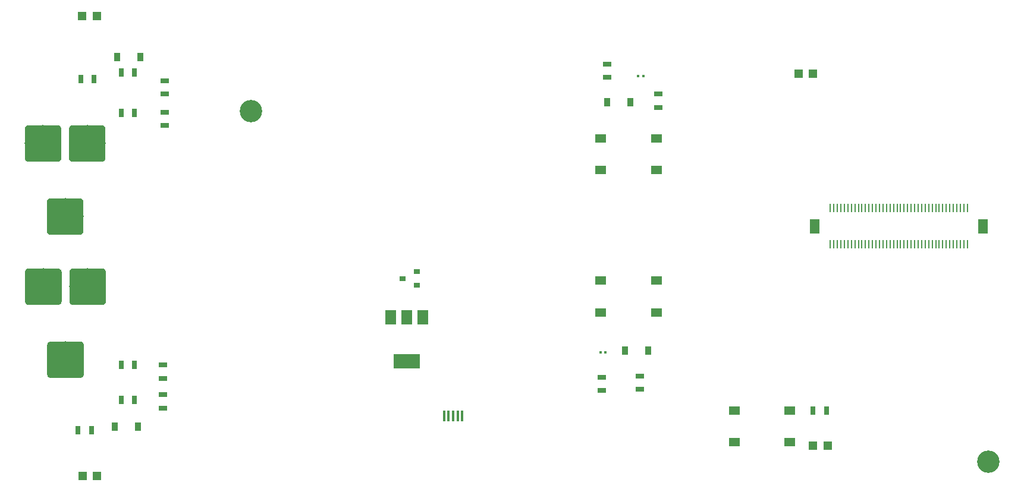
<source format=gtp>
G04 #@! TF.GenerationSoftware,KiCad,Pcbnew,(2017-08-27 revision e3c64f1f0)-makepkg*
G04 #@! TF.CreationDate,2017-09-07T11:52:54+02:00*
G04 #@! TF.ProjectId,Breakout-Platine-Cube,427265616B6F75742D506C6174696E65,rev?*
G04 #@! TF.SameCoordinates,Original*
G04 #@! TF.FileFunction,Paste,Top*
G04 #@! TF.FilePolarity,Positive*
%FSLAX46Y46*%
G04 Gerber Fmt 4.6, Leading zero omitted, Abs format (unit mm)*
G04 Created by KiCad (PCBNEW (2017-08-27 revision e3c64f1f0)-makepkg) date 09/07/17 11:52:54*
%MOMM*%
%LPD*%
G01*
G04 APERTURE LIST*
%ADD10R,1.500000X2.000000*%
%ADD11R,3.800000X2.000000*%
%ADD12C,0.100000*%
%ADD13C,5.200000*%
%ADD14R,0.700000X1.300000*%
%ADD15C,3.200200*%
%ADD16R,0.250000X1.150000*%
%ADD17R,1.400000X2.100000*%
%ADD18R,1.300000X0.700000*%
%ADD19R,0.900000X1.200000*%
%ADD20R,0.450000X0.400000*%
%ADD21R,0.450000X1.500000*%
%ADD22R,1.550000X1.300000*%
%ADD23R,1.198880X1.198880*%
%ADD24R,0.900000X0.800000*%
G04 APERTURE END LIST*
D10*
X231470000Y-132700000D03*
X226870000Y-132700000D03*
X229170000Y-132700000D03*
D11*
X229170000Y-139000000D03*
D12*
G36*
X182680969Y-115752504D02*
X182731447Y-115759992D01*
X182780948Y-115772391D01*
X182828995Y-115789583D01*
X182875126Y-115811401D01*
X182918897Y-115837636D01*
X182959885Y-115868035D01*
X182997696Y-115902304D01*
X183031965Y-115940115D01*
X183062364Y-115981103D01*
X183088599Y-116024874D01*
X183110417Y-116071005D01*
X183127609Y-116119052D01*
X183140008Y-116168553D01*
X183147496Y-116219031D01*
X183150000Y-116270000D01*
X183150000Y-120430000D01*
X183147496Y-120480969D01*
X183140008Y-120531447D01*
X183127609Y-120580948D01*
X183110417Y-120628995D01*
X183088599Y-120675126D01*
X183062364Y-120718897D01*
X183031965Y-120759885D01*
X182997696Y-120797696D01*
X182959885Y-120831965D01*
X182918897Y-120862364D01*
X182875126Y-120888599D01*
X182828995Y-120910417D01*
X182780948Y-120927609D01*
X182731447Y-120940008D01*
X182680969Y-120947496D01*
X182630000Y-120950000D01*
X178470000Y-120950000D01*
X178419031Y-120947496D01*
X178368553Y-120940008D01*
X178319052Y-120927609D01*
X178271005Y-120910417D01*
X178224874Y-120888599D01*
X178181103Y-120862364D01*
X178140115Y-120831965D01*
X178102304Y-120797696D01*
X178068035Y-120759885D01*
X178037636Y-120718897D01*
X178011401Y-120675126D01*
X177989583Y-120628995D01*
X177972391Y-120580948D01*
X177959992Y-120531447D01*
X177952504Y-120480969D01*
X177950000Y-120430000D01*
X177950000Y-116270000D01*
X177952504Y-116219031D01*
X177959992Y-116168553D01*
X177972391Y-116119052D01*
X177989583Y-116071005D01*
X178011401Y-116024874D01*
X178037636Y-115981103D01*
X178068035Y-115940115D01*
X178102304Y-115902304D01*
X178140115Y-115868035D01*
X178181103Y-115837636D01*
X178224874Y-115811401D01*
X178271005Y-115789583D01*
X178319052Y-115772391D01*
X178368553Y-115759992D01*
X178419031Y-115752504D01*
X178470000Y-115750000D01*
X182630000Y-115750000D01*
X182680969Y-115752504D01*
X182680969Y-115752504D01*
G37*
D13*
X180550000Y-118350000D03*
D12*
G36*
X179530969Y-105352504D02*
X179581447Y-105359992D01*
X179630948Y-105372391D01*
X179678995Y-105389583D01*
X179725126Y-105411401D01*
X179768897Y-105437636D01*
X179809885Y-105468035D01*
X179847696Y-105502304D01*
X179881965Y-105540115D01*
X179912364Y-105581103D01*
X179938599Y-105624874D01*
X179960417Y-105671005D01*
X179977609Y-105719052D01*
X179990008Y-105768553D01*
X179997496Y-105819031D01*
X180000000Y-105870000D01*
X180000000Y-110030000D01*
X179997496Y-110080969D01*
X179990008Y-110131447D01*
X179977609Y-110180948D01*
X179960417Y-110228995D01*
X179938599Y-110275126D01*
X179912364Y-110318897D01*
X179881965Y-110359885D01*
X179847696Y-110397696D01*
X179809885Y-110431965D01*
X179768897Y-110462364D01*
X179725126Y-110488599D01*
X179678995Y-110510417D01*
X179630948Y-110527609D01*
X179581447Y-110540008D01*
X179530969Y-110547496D01*
X179480000Y-110550000D01*
X175320000Y-110550000D01*
X175269031Y-110547496D01*
X175218553Y-110540008D01*
X175169052Y-110527609D01*
X175121005Y-110510417D01*
X175074874Y-110488599D01*
X175031103Y-110462364D01*
X174990115Y-110431965D01*
X174952304Y-110397696D01*
X174918035Y-110359885D01*
X174887636Y-110318897D01*
X174861401Y-110275126D01*
X174839583Y-110228995D01*
X174822391Y-110180948D01*
X174809992Y-110131447D01*
X174802504Y-110080969D01*
X174800000Y-110030000D01*
X174800000Y-105870000D01*
X174802504Y-105819031D01*
X174809992Y-105768553D01*
X174822391Y-105719052D01*
X174839583Y-105671005D01*
X174861401Y-105624874D01*
X174887636Y-105581103D01*
X174918035Y-105540115D01*
X174952304Y-105502304D01*
X174990115Y-105468035D01*
X175031103Y-105437636D01*
X175074874Y-105411401D01*
X175121005Y-105389583D01*
X175169052Y-105372391D01*
X175218553Y-105359992D01*
X175269031Y-105352504D01*
X175320000Y-105350000D01*
X179480000Y-105350000D01*
X179530969Y-105352504D01*
X179530969Y-105352504D01*
G37*
D13*
X177400000Y-107950000D03*
D12*
G36*
X185830969Y-105352504D02*
X185881447Y-105359992D01*
X185930948Y-105372391D01*
X185978995Y-105389583D01*
X186025126Y-105411401D01*
X186068897Y-105437636D01*
X186109885Y-105468035D01*
X186147696Y-105502304D01*
X186181965Y-105540115D01*
X186212364Y-105581103D01*
X186238599Y-105624874D01*
X186260417Y-105671005D01*
X186277609Y-105719052D01*
X186290008Y-105768553D01*
X186297496Y-105819031D01*
X186300000Y-105870000D01*
X186300000Y-110030000D01*
X186297496Y-110080969D01*
X186290008Y-110131447D01*
X186277609Y-110180948D01*
X186260417Y-110228995D01*
X186238599Y-110275126D01*
X186212364Y-110318897D01*
X186181965Y-110359885D01*
X186147696Y-110397696D01*
X186109885Y-110431965D01*
X186068897Y-110462364D01*
X186025126Y-110488599D01*
X185978995Y-110510417D01*
X185930948Y-110527609D01*
X185881447Y-110540008D01*
X185830969Y-110547496D01*
X185780000Y-110550000D01*
X181620000Y-110550000D01*
X181569031Y-110547496D01*
X181518553Y-110540008D01*
X181469052Y-110527609D01*
X181421005Y-110510417D01*
X181374874Y-110488599D01*
X181331103Y-110462364D01*
X181290115Y-110431965D01*
X181252304Y-110397696D01*
X181218035Y-110359885D01*
X181187636Y-110318897D01*
X181161401Y-110275126D01*
X181139583Y-110228995D01*
X181122391Y-110180948D01*
X181109992Y-110131447D01*
X181102504Y-110080969D01*
X181100000Y-110030000D01*
X181100000Y-105870000D01*
X181102504Y-105819031D01*
X181109992Y-105768553D01*
X181122391Y-105719052D01*
X181139583Y-105671005D01*
X181161401Y-105624874D01*
X181187636Y-105581103D01*
X181218035Y-105540115D01*
X181252304Y-105502304D01*
X181290115Y-105468035D01*
X181331103Y-105437636D01*
X181374874Y-105411401D01*
X181421005Y-105389583D01*
X181469052Y-105372391D01*
X181518553Y-105359992D01*
X181569031Y-105352504D01*
X181620000Y-105350000D01*
X185780000Y-105350000D01*
X185830969Y-105352504D01*
X185830969Y-105352504D01*
G37*
D13*
X183700000Y-107950000D03*
D12*
G36*
X182730969Y-136152504D02*
X182781447Y-136159992D01*
X182830948Y-136172391D01*
X182878995Y-136189583D01*
X182925126Y-136211401D01*
X182968897Y-136237636D01*
X183009885Y-136268035D01*
X183047696Y-136302304D01*
X183081965Y-136340115D01*
X183112364Y-136381103D01*
X183138599Y-136424874D01*
X183160417Y-136471005D01*
X183177609Y-136519052D01*
X183190008Y-136568553D01*
X183197496Y-136619031D01*
X183200000Y-136670000D01*
X183200000Y-140830000D01*
X183197496Y-140880969D01*
X183190008Y-140931447D01*
X183177609Y-140980948D01*
X183160417Y-141028995D01*
X183138599Y-141075126D01*
X183112364Y-141118897D01*
X183081965Y-141159885D01*
X183047696Y-141197696D01*
X183009885Y-141231965D01*
X182968897Y-141262364D01*
X182925126Y-141288599D01*
X182878995Y-141310417D01*
X182830948Y-141327609D01*
X182781447Y-141340008D01*
X182730969Y-141347496D01*
X182680000Y-141350000D01*
X178520000Y-141350000D01*
X178469031Y-141347496D01*
X178418553Y-141340008D01*
X178369052Y-141327609D01*
X178321005Y-141310417D01*
X178274874Y-141288599D01*
X178231103Y-141262364D01*
X178190115Y-141231965D01*
X178152304Y-141197696D01*
X178118035Y-141159885D01*
X178087636Y-141118897D01*
X178061401Y-141075126D01*
X178039583Y-141028995D01*
X178022391Y-140980948D01*
X178009992Y-140931447D01*
X178002504Y-140880969D01*
X178000000Y-140830000D01*
X178000000Y-136670000D01*
X178002504Y-136619031D01*
X178009992Y-136568553D01*
X178022391Y-136519052D01*
X178039583Y-136471005D01*
X178061401Y-136424874D01*
X178087636Y-136381103D01*
X178118035Y-136340115D01*
X178152304Y-136302304D01*
X178190115Y-136268035D01*
X178231103Y-136237636D01*
X178274874Y-136211401D01*
X178321005Y-136189583D01*
X178369052Y-136172391D01*
X178418553Y-136159992D01*
X178469031Y-136152504D01*
X178520000Y-136150000D01*
X182680000Y-136150000D01*
X182730969Y-136152504D01*
X182730969Y-136152504D01*
G37*
D13*
X180600000Y-138750000D03*
D12*
G36*
X179580969Y-125752504D02*
X179631447Y-125759992D01*
X179680948Y-125772391D01*
X179728995Y-125789583D01*
X179775126Y-125811401D01*
X179818897Y-125837636D01*
X179859885Y-125868035D01*
X179897696Y-125902304D01*
X179931965Y-125940115D01*
X179962364Y-125981103D01*
X179988599Y-126024874D01*
X180010417Y-126071005D01*
X180027609Y-126119052D01*
X180040008Y-126168553D01*
X180047496Y-126219031D01*
X180050000Y-126270000D01*
X180050000Y-130430000D01*
X180047496Y-130480969D01*
X180040008Y-130531447D01*
X180027609Y-130580948D01*
X180010417Y-130628995D01*
X179988599Y-130675126D01*
X179962364Y-130718897D01*
X179931965Y-130759885D01*
X179897696Y-130797696D01*
X179859885Y-130831965D01*
X179818897Y-130862364D01*
X179775126Y-130888599D01*
X179728995Y-130910417D01*
X179680948Y-130927609D01*
X179631447Y-130940008D01*
X179580969Y-130947496D01*
X179530000Y-130950000D01*
X175370000Y-130950000D01*
X175319031Y-130947496D01*
X175268553Y-130940008D01*
X175219052Y-130927609D01*
X175171005Y-130910417D01*
X175124874Y-130888599D01*
X175081103Y-130862364D01*
X175040115Y-130831965D01*
X175002304Y-130797696D01*
X174968035Y-130759885D01*
X174937636Y-130718897D01*
X174911401Y-130675126D01*
X174889583Y-130628995D01*
X174872391Y-130580948D01*
X174859992Y-130531447D01*
X174852504Y-130480969D01*
X174850000Y-130430000D01*
X174850000Y-126270000D01*
X174852504Y-126219031D01*
X174859992Y-126168553D01*
X174872391Y-126119052D01*
X174889583Y-126071005D01*
X174911401Y-126024874D01*
X174937636Y-125981103D01*
X174968035Y-125940115D01*
X175002304Y-125902304D01*
X175040115Y-125868035D01*
X175081103Y-125837636D01*
X175124874Y-125811401D01*
X175171005Y-125789583D01*
X175219052Y-125772391D01*
X175268553Y-125759992D01*
X175319031Y-125752504D01*
X175370000Y-125750000D01*
X179530000Y-125750000D01*
X179580969Y-125752504D01*
X179580969Y-125752504D01*
G37*
D13*
X177450000Y-128350000D03*
D12*
G36*
X185880969Y-125752504D02*
X185931447Y-125759992D01*
X185980948Y-125772391D01*
X186028995Y-125789583D01*
X186075126Y-125811401D01*
X186118897Y-125837636D01*
X186159885Y-125868035D01*
X186197696Y-125902304D01*
X186231965Y-125940115D01*
X186262364Y-125981103D01*
X186288599Y-126024874D01*
X186310417Y-126071005D01*
X186327609Y-126119052D01*
X186340008Y-126168553D01*
X186347496Y-126219031D01*
X186350000Y-126270000D01*
X186350000Y-130430000D01*
X186347496Y-130480969D01*
X186340008Y-130531447D01*
X186327609Y-130580948D01*
X186310417Y-130628995D01*
X186288599Y-130675126D01*
X186262364Y-130718897D01*
X186231965Y-130759885D01*
X186197696Y-130797696D01*
X186159885Y-130831965D01*
X186118897Y-130862364D01*
X186075126Y-130888599D01*
X186028995Y-130910417D01*
X185980948Y-130927609D01*
X185931447Y-130940008D01*
X185880969Y-130947496D01*
X185830000Y-130950000D01*
X181670000Y-130950000D01*
X181619031Y-130947496D01*
X181568553Y-130940008D01*
X181519052Y-130927609D01*
X181471005Y-130910417D01*
X181424874Y-130888599D01*
X181381103Y-130862364D01*
X181340115Y-130831965D01*
X181302304Y-130797696D01*
X181268035Y-130759885D01*
X181237636Y-130718897D01*
X181211401Y-130675126D01*
X181189583Y-130628995D01*
X181172391Y-130580948D01*
X181159992Y-130531447D01*
X181152504Y-130480969D01*
X181150000Y-130430000D01*
X181150000Y-126270000D01*
X181152504Y-126219031D01*
X181159992Y-126168553D01*
X181172391Y-126119052D01*
X181189583Y-126071005D01*
X181211401Y-126024874D01*
X181237636Y-125981103D01*
X181268035Y-125940115D01*
X181302304Y-125902304D01*
X181340115Y-125868035D01*
X181381103Y-125837636D01*
X181424874Y-125811401D01*
X181471005Y-125789583D01*
X181519052Y-125772391D01*
X181568553Y-125759992D01*
X181619031Y-125752504D01*
X181670000Y-125750000D01*
X185830000Y-125750000D01*
X185880969Y-125752504D01*
X185880969Y-125752504D01*
G37*
D13*
X183750000Y-128350000D03*
D14*
X188510000Y-144510000D03*
X190410000Y-144510000D03*
X188510000Y-139460000D03*
X190410000Y-139460000D03*
D15*
X207000000Y-103300000D03*
X312000000Y-153300000D03*
D16*
X309001664Y-122324720D03*
X308501664Y-122324720D03*
X308001664Y-122324720D03*
X307501664Y-122324720D03*
X307001664Y-122324720D03*
X306501664Y-122324720D03*
X306001664Y-122324720D03*
X305501664Y-122324720D03*
X305001664Y-122324720D03*
X304501664Y-122324720D03*
X304001664Y-122324720D03*
X303501664Y-122324720D03*
X303001664Y-122324720D03*
X302501664Y-122324720D03*
X302001664Y-122324720D03*
X301501664Y-122324720D03*
X301001664Y-122324720D03*
X300501664Y-122324720D03*
X300001664Y-122324720D03*
X299501664Y-122324720D03*
X299001664Y-122324720D03*
X298501664Y-122324720D03*
X298001664Y-122324720D03*
X297501664Y-122324720D03*
X297001664Y-122324720D03*
X296501664Y-122324720D03*
X296001664Y-122324720D03*
X295501664Y-122324720D03*
X295001664Y-122324720D03*
X294501664Y-122324720D03*
X294001664Y-122324720D03*
X293501664Y-122324720D03*
X293001664Y-122324720D03*
X292501664Y-122324720D03*
X292001664Y-122324720D03*
X291501664Y-122324720D03*
X291001664Y-122324720D03*
X290501664Y-122324720D03*
X290001664Y-122324720D03*
X309001664Y-117175000D03*
X308501664Y-117175000D03*
X308001664Y-117175000D03*
X307501664Y-117175000D03*
X307001664Y-117175000D03*
X306501664Y-117175000D03*
X306001664Y-117175000D03*
X305501664Y-117175000D03*
X305001664Y-117175000D03*
X304501664Y-117175000D03*
X304001664Y-117175000D03*
X303501664Y-117175000D03*
X303001664Y-117175000D03*
X302501664Y-117175000D03*
X302001664Y-117175000D03*
X301501664Y-117175000D03*
X301001664Y-117175000D03*
X300501664Y-117175000D03*
X300001664Y-117175000D03*
X299501664Y-117175000D03*
X299001664Y-117175000D03*
X298501664Y-117175000D03*
X298001664Y-117175000D03*
X297501664Y-117175000D03*
X297001664Y-117175000D03*
X296501664Y-117175000D03*
X296001664Y-117175000D03*
X295501664Y-117175000D03*
X295001664Y-117175000D03*
X294501664Y-117175000D03*
X294001664Y-117175000D03*
X293501664Y-117175000D03*
X293001664Y-117175000D03*
X292501664Y-117175000D03*
X292001664Y-117175000D03*
X291501664Y-117175000D03*
X291001664Y-117175000D03*
X290501664Y-117175000D03*
X290001664Y-117175000D03*
X289501664Y-122324720D03*
X289501664Y-117175000D03*
D17*
X287250832Y-119750000D03*
X311250832Y-119749720D03*
D18*
X194754382Y-100882806D03*
X194754382Y-98982806D03*
X194754382Y-105382806D03*
X194754382Y-103482806D03*
X257000000Y-143150000D03*
X257000000Y-141250000D03*
D14*
X188536071Y-97851687D03*
X190436071Y-97851687D03*
D19*
X191220000Y-95640000D03*
X187920000Y-95640000D03*
D20*
X262150000Y-98350000D03*
X262850000Y-98350000D03*
X257500000Y-137750000D03*
X256800000Y-137750000D03*
D19*
X257700000Y-102100000D03*
X261000000Y-102100000D03*
X263550000Y-137500000D03*
X260250000Y-137500000D03*
X187580000Y-148320000D03*
X190880000Y-148320000D03*
D21*
X237100000Y-146750000D03*
X234500000Y-146750000D03*
X236450000Y-146750000D03*
X235150000Y-146750000D03*
X235800000Y-146750000D03*
D18*
X194500822Y-141400000D03*
X194500822Y-139500000D03*
X194500000Y-145650000D03*
X194500000Y-143750000D03*
X257750000Y-98550000D03*
X257750000Y-96650000D03*
X265000000Y-100900000D03*
X265000000Y-102800000D03*
X262400000Y-143000000D03*
X262400000Y-141100000D03*
D14*
X287050000Y-146000000D03*
X288950000Y-146000000D03*
X188536071Y-103601687D03*
X190436071Y-103601687D03*
D22*
X275800000Y-150500000D03*
X283750000Y-150500000D03*
X275800000Y-146000000D03*
X283750000Y-146000000D03*
X264725000Y-127500000D03*
X256775000Y-127500000D03*
X264725000Y-132000000D03*
X256775000Y-132000000D03*
X256775000Y-111750000D03*
X264725000Y-111750000D03*
X256775000Y-107250000D03*
X264725000Y-107250000D03*
D23*
X284950980Y-98000000D03*
X287049020Y-98000000D03*
X289149860Y-151000000D03*
X287051820Y-151000000D03*
X183011960Y-155340000D03*
X185110000Y-155340000D03*
X182950980Y-89780000D03*
X185049020Y-89780000D03*
D14*
X182400000Y-148810000D03*
X184300000Y-148810000D03*
X182770000Y-98790000D03*
X184670000Y-98790000D03*
D24*
X228600000Y-127190000D03*
X230600000Y-126240000D03*
X230600000Y-128140000D03*
M02*

</source>
